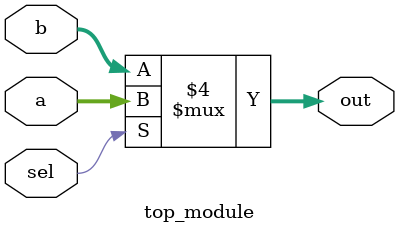
<source format=sv>
module top_module (
 	input sel,
 	input [7:0] a,
 	input [7:0] b,
 	output reg [7:0] out
);
  always @(sel, a, b) begin
    if(sel == 1'b0)
      out <= b;
    else
      out <= a;
  end
endmodule

</source>
